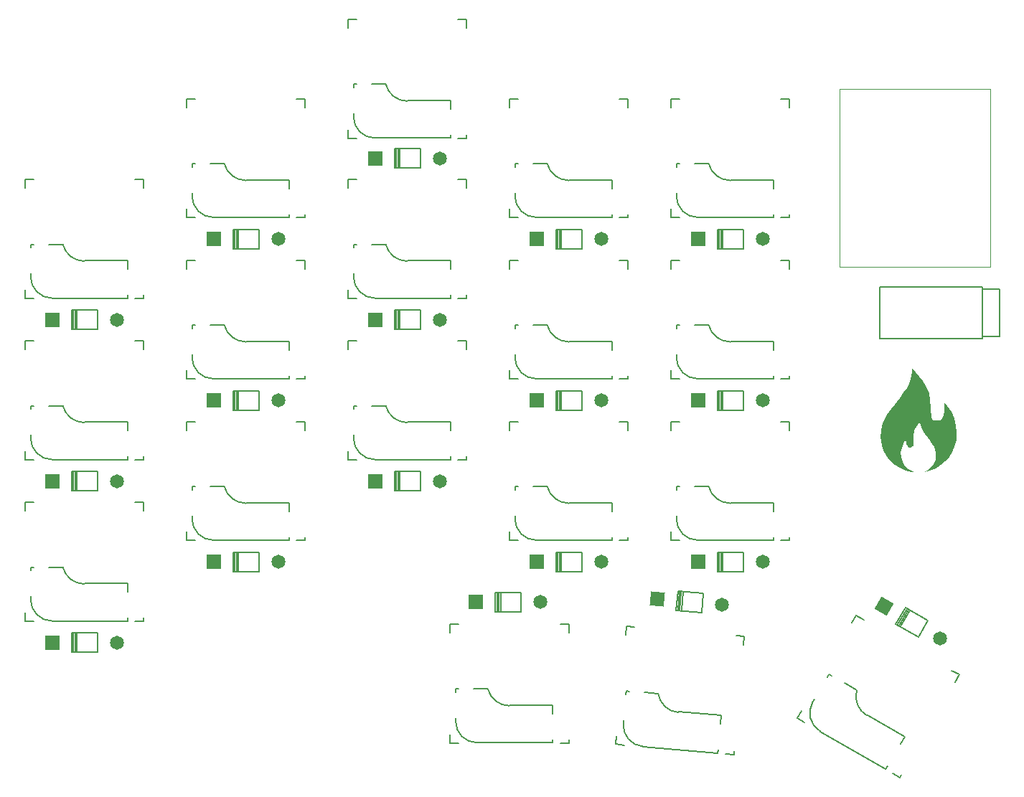
<source format=gbr>
%TF.GenerationSoftware,KiCad,Pcbnew,8.0.6*%
%TF.CreationDate,2024-11-18T16:16:28-05:00*%
%TF.ProjectId,SolarFlarePCB,536f6c61-7246-46c6-9172-655043422e6b,rev?*%
%TF.SameCoordinates,Original*%
%TF.FileFunction,Legend,Top*%
%TF.FilePolarity,Positive*%
%FSLAX46Y46*%
G04 Gerber Fmt 4.6, Leading zero omitted, Abs format (unit mm)*
G04 Created by KiCad (PCBNEW 8.0.6) date 2024-11-18 16:16:28*
%MOMM*%
%LPD*%
G01*
G04 APERTURE LIST*
G04 Aperture macros list*
%AMRotRect*
0 Rectangle, with rotation*
0 The origin of the aperture is its center*
0 $1 length*
0 $2 width*
0 $3 Rotation angle, in degrees counterclockwise*
0 Add horizontal line*
21,1,$1,$2,0,0,$3*%
G04 Aperture macros list end*
%ADD10C,0.203200*%
%ADD11C,0.150000*%
%ADD12C,0.000000*%
%ADD13C,0.120000*%
%ADD14C,1.651000*%
%ADD15R,1.651000X1.651000*%
%ADD16RotRect,1.651000X1.651000X175.000000*%
%ADD17RotRect,1.651000X1.651000X150.000000*%
G04 APERTURE END LIST*
D10*
%TO.C,D3*%
X36576000Y-103632000D02*
X39624000Y-103632000D01*
X36576000Y-105918000D02*
X36576000Y-103632000D01*
D11*
X36800000Y-103675000D02*
X36800000Y-105775000D01*
X36800000Y-105775000D02*
X36800000Y-105875000D01*
X36800000Y-105875000D02*
X36800000Y-105775000D01*
X37000000Y-105875000D02*
X37000000Y-103675000D01*
X37200000Y-103675000D02*
X37200000Y-105875000D01*
D10*
X39624000Y-103632000D02*
X39624000Y-105918000D01*
X39624000Y-105918000D02*
X36576000Y-105918000D01*
D11*
%TO.C,MX3*%
X31100000Y-88250000D02*
X32100000Y-88250000D01*
X31100000Y-89250000D02*
X31100000Y-88250000D01*
X31100000Y-102250000D02*
X31100000Y-101250000D01*
X31750000Y-95885000D02*
X32131000Y-95885000D01*
X31750000Y-96266000D02*
X31750000Y-95885000D01*
X31750000Y-99695000D02*
X31750000Y-99314000D01*
X32100000Y-102250000D02*
X31100000Y-102250000D01*
X33909000Y-95885000D02*
X35560001Y-95884999D01*
X38100000Y-97790000D02*
X43180000Y-97790000D01*
X43180000Y-97790000D02*
X43180000Y-98806000D01*
X43180000Y-101854000D02*
X43180000Y-102235000D01*
X43180000Y-102235000D02*
X34290000Y-102235000D01*
X44100000Y-88250000D02*
X45100000Y-88250000D01*
X45100000Y-88250000D02*
X45100000Y-89250000D01*
X45100000Y-101854000D02*
X45100000Y-102250000D01*
X45100000Y-102250000D02*
X44100000Y-102250000D01*
X34290000Y-102235000D02*
G75*
G02*
X31750000Y-99695000I1J2540001D01*
G01*
X38099999Y-97868171D02*
G75*
G02*
X35560001Y-95884999I1J2618171D01*
G01*
D10*
%TO.C,D4*%
X55626000Y-56007000D02*
X58674000Y-56007000D01*
X55626000Y-58293000D02*
X55626000Y-56007000D01*
D11*
X55850000Y-56050000D02*
X55850000Y-58150000D01*
X55850000Y-58150000D02*
X55850000Y-58250000D01*
X55850000Y-58250000D02*
X55850000Y-58150000D01*
X56050000Y-58250000D02*
X56050000Y-56050000D01*
X56250000Y-56050000D02*
X56250000Y-58250000D01*
D10*
X58674000Y-56007000D02*
X58674000Y-58293000D01*
X58674000Y-58293000D02*
X55626000Y-58293000D01*
D11*
%TO.C,MX7*%
X69200000Y-31258750D02*
X70200000Y-31258750D01*
X69200000Y-32258750D02*
X69200000Y-31258750D01*
X69200000Y-45258750D02*
X69200000Y-44258750D01*
X69850000Y-38893750D02*
X70231000Y-38893750D01*
X69850000Y-39274750D02*
X69850000Y-38893750D01*
X69850000Y-42703750D02*
X69850000Y-42322750D01*
X70200000Y-45258750D02*
X69200000Y-45258750D01*
X72009000Y-38893750D02*
X73660001Y-38893749D01*
X76200000Y-40798750D02*
X81280000Y-40798750D01*
X81280000Y-40798750D02*
X81280000Y-41814750D01*
X81280000Y-44862750D02*
X81280000Y-45243750D01*
X81280000Y-45243750D02*
X72390000Y-45243750D01*
X82200000Y-31258750D02*
X83200000Y-31258750D01*
X83200000Y-31258750D02*
X83200000Y-32258750D01*
X83200000Y-44862750D02*
X83200000Y-45258750D01*
X83200000Y-45258750D02*
X82200000Y-45258750D01*
X72390000Y-45243750D02*
G75*
G02*
X69850000Y-42703750I1J2540001D01*
G01*
X76199999Y-40876921D02*
G75*
G02*
X73660001Y-38893749I1J2618171D01*
G01*
%TO.C,MX18*%
X122187822Y-113697178D02*
X122687822Y-112831152D01*
X123053848Y-114197178D02*
X122187822Y-113697178D01*
X124028239Y-111809483D02*
X124218739Y-111479527D01*
X125742739Y-108839882D02*
X125933239Y-108509926D01*
X125933239Y-108509926D02*
X126263194Y-108700426D01*
X127802988Y-109589426D02*
X129232797Y-110414926D01*
X128687822Y-102438848D02*
X129187822Y-101572822D01*
X129187822Y-101572822D02*
X130053848Y-102072822D01*
X130480000Y-113334705D02*
X134879409Y-115874705D01*
X132656909Y-119724187D02*
X124957943Y-115279187D01*
X132847409Y-119394232D02*
X132656909Y-119724187D01*
X134312178Y-120697178D02*
X133446152Y-120197178D01*
X134510178Y-120354232D02*
X134312178Y-120697178D01*
X134879409Y-115874705D02*
X134371409Y-116754586D01*
X140446152Y-108072822D02*
X141312178Y-108572822D01*
X141312178Y-108572822D02*
X140812178Y-109438848D01*
X124957943Y-115279187D02*
G75*
G02*
X124028239Y-111809483I1270006J2199706D01*
G01*
X130440914Y-113402402D02*
G75*
G02*
X129232797Y-110414926I1309086J2267402D01*
G01*
%TO.C,MX13*%
X88250000Y-78725000D02*
X89250000Y-78725000D01*
X88250000Y-79725000D02*
X88250000Y-78725000D01*
X88250000Y-92725000D02*
X88250000Y-91725000D01*
X88900000Y-86360000D02*
X89281000Y-86360000D01*
X88900000Y-86741000D02*
X88900000Y-86360000D01*
X88900000Y-90170000D02*
X88900000Y-89789000D01*
X89250000Y-92725000D02*
X88250000Y-92725000D01*
X91059000Y-86360000D02*
X92710001Y-86359999D01*
X95250000Y-88265000D02*
X100330000Y-88265000D01*
X100330000Y-88265000D02*
X100330000Y-89281000D01*
X100330000Y-92329000D02*
X100330000Y-92710000D01*
X100330000Y-92710000D02*
X91440000Y-92710000D01*
X101250000Y-78725000D02*
X102250000Y-78725000D01*
X102250000Y-78725000D02*
X102250000Y-79725000D01*
X102250000Y-92329000D02*
X102250000Y-92725000D01*
X102250000Y-92725000D02*
X101250000Y-92725000D01*
X91440000Y-92710000D02*
G75*
G02*
X88900000Y-90170000I1J2540001D01*
G01*
X95249999Y-88343171D02*
G75*
G02*
X92710001Y-86359999I1J2618171D01*
G01*
%TO.C,MX9*%
X69200000Y-69200000D02*
X70200000Y-69200000D01*
X69200000Y-70200000D02*
X69200000Y-69200000D01*
X69200000Y-83200000D02*
X69200000Y-82200000D01*
X69850000Y-76835000D02*
X70231000Y-76835000D01*
X69850000Y-77216000D02*
X69850000Y-76835000D01*
X69850000Y-80645000D02*
X69850000Y-80264000D01*
X70200000Y-83200000D02*
X69200000Y-83200000D01*
X72009000Y-76835000D02*
X73660001Y-76834999D01*
X76200000Y-78740000D02*
X81280000Y-78740000D01*
X81280000Y-78740000D02*
X81280000Y-79756000D01*
X81280000Y-82804000D02*
X81280000Y-83185000D01*
X81280000Y-83185000D02*
X72390000Y-83185000D01*
X82200000Y-69200000D02*
X83200000Y-69200000D01*
X83200000Y-69200000D02*
X83200000Y-70200000D01*
X83200000Y-82804000D02*
X83200000Y-83200000D01*
X83200000Y-83200000D02*
X82200000Y-83200000D01*
X72390000Y-83185000D02*
G75*
G02*
X69850000Y-80645000I1J2540001D01*
G01*
X76199999Y-78818171D02*
G75*
G02*
X73660001Y-76834999I1J2618171D01*
G01*
%TO.C,MX2*%
X31100000Y-69200000D02*
X32100000Y-69200000D01*
X31100000Y-70200000D02*
X31100000Y-69200000D01*
X31100000Y-83200000D02*
X31100000Y-82200000D01*
X31750000Y-76835000D02*
X32131000Y-76835000D01*
X31750000Y-77216000D02*
X31750000Y-76835000D01*
X31750000Y-80645000D02*
X31750000Y-80264000D01*
X32100000Y-83200000D02*
X31100000Y-83200000D01*
X33909000Y-76835000D02*
X35560001Y-76834999D01*
X38100000Y-78740000D02*
X43180000Y-78740000D01*
X43180000Y-78740000D02*
X43180000Y-79756000D01*
X43180000Y-82804000D02*
X43180000Y-83185000D01*
X43180000Y-83185000D02*
X34290000Y-83185000D01*
X44100000Y-69200000D02*
X45100000Y-69200000D01*
X45100000Y-69200000D02*
X45100000Y-70200000D01*
X45100000Y-82804000D02*
X45100000Y-83200000D01*
X45100000Y-83200000D02*
X44100000Y-83200000D01*
X34290000Y-83185000D02*
G75*
G02*
X31750000Y-80645000I1J2540001D01*
G01*
X38099999Y-78818171D02*
G75*
G02*
X35560001Y-76834999I1J2618171D01*
G01*
%TO.C,MX8*%
X69200000Y-50150000D02*
X70200000Y-50150000D01*
X69200000Y-51150000D02*
X69200000Y-50150000D01*
X69200000Y-64150000D02*
X69200000Y-63150000D01*
X69850000Y-57785000D02*
X70231000Y-57785000D01*
X69850000Y-58166000D02*
X69850000Y-57785000D01*
X69850000Y-61595000D02*
X69850000Y-61214000D01*
X70200000Y-64150000D02*
X69200000Y-64150000D01*
X72009000Y-57785000D02*
X73660001Y-57784999D01*
X76200000Y-59690000D02*
X81280000Y-59690000D01*
X81280000Y-59690000D02*
X81280000Y-60706000D01*
X81280000Y-63754000D02*
X81280000Y-64135000D01*
X81280000Y-64135000D02*
X72390000Y-64135000D01*
X82200000Y-50150000D02*
X83200000Y-50150000D01*
X83200000Y-50150000D02*
X83200000Y-51150000D01*
X83200000Y-63754000D02*
X83200000Y-64150000D01*
X83200000Y-64150000D02*
X82200000Y-64150000D01*
X72390000Y-64135000D02*
G75*
G02*
X69850000Y-61595000I1J2540001D01*
G01*
X76199999Y-59768171D02*
G75*
G02*
X73660001Y-57784999I1J2618171D01*
G01*
D10*
%TO.C,D11*%
X93726000Y-56007000D02*
X96774000Y-56007000D01*
X93726000Y-58293000D02*
X93726000Y-56007000D01*
D11*
X93950000Y-56050000D02*
X93950000Y-58150000D01*
X93950000Y-58150000D02*
X93950000Y-58250000D01*
X93950000Y-58250000D02*
X93950000Y-58150000D01*
X94150000Y-58250000D02*
X94150000Y-56050000D01*
X94350000Y-56050000D02*
X94350000Y-58250000D01*
D10*
X96774000Y-56007000D02*
X96774000Y-58293000D01*
X96774000Y-58293000D02*
X93726000Y-58293000D01*
D11*
%TO.C,MX17*%
X107300000Y-78725000D02*
X108300000Y-78725000D01*
X107300000Y-79725000D02*
X107300000Y-78725000D01*
X107300000Y-92725000D02*
X107300000Y-91725000D01*
X107950000Y-86360000D02*
X108331000Y-86360000D01*
X107950000Y-86741000D02*
X107950000Y-86360000D01*
X107950000Y-90170000D02*
X107950000Y-89789000D01*
X108300000Y-92725000D02*
X107300000Y-92725000D01*
X110109000Y-86360000D02*
X111760001Y-86359999D01*
X114300000Y-88265000D02*
X119380000Y-88265000D01*
X119380000Y-88265000D02*
X119380000Y-89281000D01*
X119380000Y-92329000D02*
X119380000Y-92710000D01*
X119380000Y-92710000D02*
X110490000Y-92710000D01*
X120300000Y-78725000D02*
X121300000Y-78725000D01*
X121300000Y-78725000D02*
X121300000Y-79725000D01*
X121300000Y-92329000D02*
X121300000Y-92725000D01*
X121300000Y-92725000D02*
X120300000Y-92725000D01*
X110490000Y-92710000D02*
G75*
G02*
X107950000Y-90170000I1J2540001D01*
G01*
X114299999Y-88343171D02*
G75*
G02*
X111760001Y-86359999I1J2618171D01*
G01*
%TO.C,MX16*%
X107300000Y-59675000D02*
X108300000Y-59675000D01*
X107300000Y-60675000D02*
X107300000Y-59675000D01*
X107300000Y-73675000D02*
X107300000Y-72675000D01*
X107950000Y-67310000D02*
X108331000Y-67310000D01*
X107950000Y-67691000D02*
X107950000Y-67310000D01*
X107950000Y-71120000D02*
X107950000Y-70739000D01*
X108300000Y-73675000D02*
X107300000Y-73675000D01*
X110109000Y-67310000D02*
X111760001Y-67309999D01*
X114300000Y-69215000D02*
X119380000Y-69215000D01*
X119380000Y-69215000D02*
X119380000Y-70231000D01*
X119380000Y-73279000D02*
X119380000Y-73660000D01*
X119380000Y-73660000D02*
X110490000Y-73660000D01*
X120300000Y-59675000D02*
X121300000Y-59675000D01*
X121300000Y-59675000D02*
X121300000Y-60675000D01*
X121300000Y-73279000D02*
X121300000Y-73675000D01*
X121300000Y-73675000D02*
X120300000Y-73675000D01*
X110490000Y-73660000D02*
G75*
G02*
X107950000Y-71120000I1J2540001D01*
G01*
X114299999Y-69293171D02*
G75*
G02*
X111760001Y-67309999I1J2618171D01*
G01*
%TO.C,MX5*%
X50150000Y-59675000D02*
X51150000Y-59675000D01*
X50150000Y-60675000D02*
X50150000Y-59675000D01*
X50150000Y-73675000D02*
X50150000Y-72675000D01*
X50800000Y-67310000D02*
X51181000Y-67310000D01*
X50800000Y-67691000D02*
X50800000Y-67310000D01*
X50800000Y-71120000D02*
X50800000Y-70739000D01*
X51150000Y-73675000D02*
X50150000Y-73675000D01*
X52959000Y-67310000D02*
X54610001Y-67309999D01*
X57150000Y-69215000D02*
X62230000Y-69215000D01*
X62230000Y-69215000D02*
X62230000Y-70231000D01*
X62230000Y-73279000D02*
X62230000Y-73660000D01*
X62230000Y-73660000D02*
X53340000Y-73660000D01*
X63150000Y-59675000D02*
X64150000Y-59675000D01*
X64150000Y-59675000D02*
X64150000Y-60675000D01*
X64150000Y-73279000D02*
X64150000Y-73675000D01*
X64150000Y-73675000D02*
X63150000Y-73675000D01*
X53340000Y-73660000D02*
G75*
G02*
X50800000Y-71120000I1J2540001D01*
G01*
X57149999Y-69293171D02*
G75*
G02*
X54610001Y-67309999I1J2618171D01*
G01*
D10*
%TO.C,D1*%
X36576000Y-65532000D02*
X39624000Y-65532000D01*
X36576000Y-67818000D02*
X36576000Y-65532000D01*
D11*
X36800000Y-65575000D02*
X36800000Y-67675000D01*
X36800000Y-67675000D02*
X36800000Y-67775000D01*
X36800000Y-67775000D02*
X36800000Y-67675000D01*
X37000000Y-67775000D02*
X37000000Y-65575000D01*
X37200000Y-65575000D02*
X37200000Y-67775000D01*
D10*
X39624000Y-65532000D02*
X39624000Y-67818000D01*
X39624000Y-67818000D02*
X36576000Y-67818000D01*
%TO.C,D15*%
X112776000Y-56007000D02*
X115824000Y-56007000D01*
X112776000Y-58293000D02*
X112776000Y-56007000D01*
D11*
X113000000Y-56050000D02*
X113000000Y-58150000D01*
X113000000Y-58150000D02*
X113000000Y-58250000D01*
X113000000Y-58250000D02*
X113000000Y-58150000D01*
X113200000Y-58250000D02*
X113200000Y-56050000D01*
X113400000Y-56050000D02*
X113400000Y-58250000D01*
D10*
X115824000Y-56007000D02*
X115824000Y-58293000D01*
X115824000Y-58293000D02*
X112776000Y-58293000D01*
D11*
%TO.C,MX10*%
X81250000Y-102625000D02*
X82250000Y-102625000D01*
X81250000Y-103625000D02*
X81250000Y-102625000D01*
X81250000Y-116625000D02*
X81250000Y-115625000D01*
X81900000Y-110260000D02*
X82281000Y-110260000D01*
X81900000Y-110641000D02*
X81900000Y-110260000D01*
X81900000Y-114070000D02*
X81900000Y-113689000D01*
X82250000Y-116625000D02*
X81250000Y-116625000D01*
X84059000Y-110260000D02*
X85710001Y-110259999D01*
X88250000Y-112165000D02*
X93330000Y-112165000D01*
X93330000Y-112165000D02*
X93330000Y-113181000D01*
X93330000Y-116229000D02*
X93330000Y-116610000D01*
X93330000Y-116610000D02*
X84440000Y-116610000D01*
X94250000Y-102625000D02*
X95250000Y-102625000D01*
X95250000Y-102625000D02*
X95250000Y-103625000D01*
X95250000Y-116229000D02*
X95250000Y-116625000D01*
X95250000Y-116625000D02*
X94250000Y-116625000D01*
X84440000Y-116610000D02*
G75*
G02*
X81900000Y-114070000I1J2540001D01*
G01*
X88249999Y-112243171D02*
G75*
G02*
X85710001Y-110259999I1J2618171D01*
G01*
%TO.C,MX15*%
X107300000Y-40625000D02*
X108300000Y-40625000D01*
X107300000Y-41625000D02*
X107300000Y-40625000D01*
X107300000Y-54625000D02*
X107300000Y-53625000D01*
X107950000Y-48260000D02*
X108331000Y-48260000D01*
X107950000Y-48641000D02*
X107950000Y-48260000D01*
X107950000Y-52070000D02*
X107950000Y-51689000D01*
X108300000Y-54625000D02*
X107300000Y-54625000D01*
X110109000Y-48260000D02*
X111760001Y-48259999D01*
X114300000Y-50165000D02*
X119380000Y-50165000D01*
X119380000Y-50165000D02*
X119380000Y-51181000D01*
X119380000Y-54229000D02*
X119380000Y-54610000D01*
X119380000Y-54610000D02*
X110490000Y-54610000D01*
X120300000Y-40625000D02*
X121300000Y-40625000D01*
X121300000Y-40625000D02*
X121300000Y-41625000D01*
X121300000Y-54229000D02*
X121300000Y-54625000D01*
X121300000Y-54625000D02*
X120300000Y-54625000D01*
X110490000Y-54610000D02*
G75*
G02*
X107950000Y-52070000I1J2540001D01*
G01*
X114299999Y-50243171D02*
G75*
G02*
X111760001Y-48259999I1J2618171D01*
G01*
D10*
%TO.C,D7*%
X74676000Y-46482000D02*
X77724000Y-46482000D01*
X74676000Y-48768000D02*
X74676000Y-46482000D01*
D11*
X74900000Y-46525000D02*
X74900000Y-48625000D01*
X74900000Y-48625000D02*
X74900000Y-48725000D01*
X74900000Y-48725000D02*
X74900000Y-48625000D01*
X75100000Y-48725000D02*
X75100000Y-46525000D01*
X75300000Y-46525000D02*
X75300000Y-48725000D01*
D10*
X77724000Y-46482000D02*
X77724000Y-48768000D01*
X77724000Y-48768000D02*
X74676000Y-48768000D01*
D12*
%TO.C,G\u002A\u002A\u002A*%
G36*
X136214962Y-72885000D02*
G01*
X136646128Y-73393633D01*
X137050360Y-73948063D01*
X137395741Y-74500348D01*
X137650353Y-75002545D01*
X137691566Y-75102956D01*
X137771902Y-75338131D01*
X137830943Y-75591935D01*
X137873735Y-75901496D01*
X137905327Y-76303943D01*
X137930768Y-76836407D01*
X137932182Y-76872611D01*
X137961461Y-77458599D01*
X138003952Y-77896354D01*
X138069118Y-78206933D01*
X138166420Y-78411393D01*
X138305320Y-78530793D01*
X138495280Y-78586191D01*
X138707742Y-78598704D01*
X139038687Y-78527975D01*
X139286757Y-78311947D01*
X139452501Y-77949648D01*
X139536467Y-77440103D01*
X139548000Y-77107672D01*
X139548000Y-76473035D01*
X139889980Y-76868161D01*
X140379283Y-77559134D01*
X140734906Y-78332061D01*
X140953832Y-79161188D01*
X141033042Y-80020759D01*
X140969518Y-80885019D01*
X140760242Y-81728212D01*
X140525567Y-82291803D01*
X140169554Y-82857820D01*
X139693793Y-83387740D01*
X139134413Y-83853863D01*
X138527539Y-84228493D01*
X137909298Y-84483930D01*
X137558334Y-84566785D01*
X137219667Y-84621974D01*
X137502711Y-84475263D01*
X137985644Y-84146155D01*
X138322228Y-83732940D01*
X138515605Y-83230415D01*
X138569809Y-82706334D01*
X138551430Y-82333711D01*
X138485907Y-82000999D01*
X138357546Y-81673596D01*
X138150652Y-81316898D01*
X137849530Y-80896303D01*
X137609744Y-80589667D01*
X137272369Y-80142966D01*
X137039952Y-79773722D01*
X136891169Y-79446581D01*
X136856525Y-79340951D01*
X136770788Y-79083329D01*
X136694723Y-78906846D01*
X136652234Y-78854118D01*
X136561257Y-78922991D01*
X136424374Y-79100624D01*
X136269098Y-79343187D01*
X136122939Y-79606848D01*
X136013410Y-79847778D01*
X135993663Y-79903320D01*
X135927160Y-80300407D01*
X135941217Y-80840176D01*
X135942327Y-80852583D01*
X135966733Y-81182018D01*
X135961845Y-81390685D01*
X135920743Y-81525664D01*
X135836508Y-81634035D01*
X135825904Y-81644763D01*
X135596540Y-81794441D01*
X135385713Y-81786379D01*
X135212086Y-81632170D01*
X135094319Y-81343407D01*
X135064406Y-81171692D01*
X135015693Y-80759000D01*
X134792585Y-81140000D01*
X134533655Y-81744811D01*
X134434841Y-82388944D01*
X134467857Y-82874789D01*
X134639355Y-83475088D01*
X134939515Y-83966058D01*
X135366206Y-84345081D01*
X135865000Y-84591340D01*
X136003461Y-84652129D01*
X135979971Y-84675447D01*
X135797884Y-84660535D01*
X135653334Y-84639288D01*
X135009841Y-84467575D01*
X134351384Y-84169356D01*
X133726902Y-83774443D01*
X133185334Y-83312647D01*
X132861920Y-82938860D01*
X132455825Y-82290822D01*
X132199013Y-81639483D01*
X132076660Y-80939780D01*
X132061382Y-80505000D01*
X132106129Y-79822509D01*
X132238779Y-79180455D01*
X132471145Y-78551448D01*
X132815035Y-77908094D01*
X133282260Y-77223002D01*
X133712687Y-76675084D01*
X134305843Y-75931986D01*
X134782226Y-75284150D01*
X135151246Y-74713913D01*
X135422311Y-74203615D01*
X135604833Y-73735594D01*
X135708220Y-73292188D01*
X135741817Y-72866504D01*
X135745634Y-72377000D01*
X136214962Y-72885000D01*
G37*
%TO.C,U1*%
D13*
X127215000Y-39411250D02*
X145015000Y-39411250D01*
X145015000Y-60411250D01*
X127215000Y-60411250D01*
X127215000Y-39411250D01*
D10*
%TO.C,D12*%
X93726000Y-75057000D02*
X96774000Y-75057000D01*
X93726000Y-77343000D02*
X93726000Y-75057000D01*
D11*
X93950000Y-75100000D02*
X93950000Y-77200000D01*
X93950000Y-77200000D02*
X93950000Y-77300000D01*
X93950000Y-77300000D02*
X93950000Y-77200000D01*
X94150000Y-77300000D02*
X94150000Y-75100000D01*
X94350000Y-75100000D02*
X94350000Y-77300000D01*
D10*
X96774000Y-75057000D02*
X96774000Y-77343000D01*
X96774000Y-77343000D02*
X93726000Y-77343000D01*
D11*
%TO.C,MX11*%
X88250000Y-40625000D02*
X89250000Y-40625000D01*
X88250000Y-41625000D02*
X88250000Y-40625000D01*
X88250000Y-54625000D02*
X88250000Y-53625000D01*
X88900000Y-48260000D02*
X89281000Y-48260000D01*
X88900000Y-48641000D02*
X88900000Y-48260000D01*
X88900000Y-52070000D02*
X88900000Y-51689000D01*
X89250000Y-54625000D02*
X88250000Y-54625000D01*
X91059000Y-48260000D02*
X92710001Y-48259999D01*
X95250000Y-50165000D02*
X100330000Y-50165000D01*
X100330000Y-50165000D02*
X100330000Y-51181000D01*
X100330000Y-54229000D02*
X100330000Y-54610000D01*
X100330000Y-54610000D02*
X91440000Y-54610000D01*
X101250000Y-40625000D02*
X102250000Y-40625000D01*
X102250000Y-40625000D02*
X102250000Y-41625000D01*
X102250000Y-54229000D02*
X102250000Y-54625000D01*
X102250000Y-54625000D02*
X101250000Y-54625000D01*
X91440000Y-54610000D02*
G75*
G02*
X88900000Y-52070000I1J2540001D01*
G01*
X95249999Y-50243171D02*
G75*
G02*
X92710001Y-48259999I1J2618171D01*
G01*
D10*
%TO.C,D13*%
X93726000Y-94107000D02*
X96774000Y-94107000D01*
X93726000Y-96393000D02*
X93726000Y-94107000D01*
D11*
X93950000Y-94150000D02*
X93950000Y-96250000D01*
X93950000Y-96250000D02*
X93950000Y-96350000D01*
X93950000Y-96350000D02*
X93950000Y-96250000D01*
X94150000Y-96350000D02*
X94150000Y-94150000D01*
X94350000Y-94150000D02*
X94350000Y-96350000D01*
D10*
X96774000Y-94107000D02*
X96774000Y-96393000D01*
X96774000Y-96393000D02*
X93726000Y-96393000D01*
D11*
%TO.C,U3*%
X131950000Y-68900000D02*
X131950000Y-62800000D01*
X144050000Y-62800000D02*
X131950000Y-62800000D01*
X144050000Y-63050000D02*
X146050000Y-63050000D01*
X144050000Y-68650000D02*
X146050000Y-68650000D01*
X144050000Y-68900000D02*
X131950000Y-68900000D01*
X144050000Y-68900000D02*
X144050000Y-62800000D01*
X146050000Y-68650000D02*
X146050000Y-63050000D01*
D10*
%TO.C,D14*%
X107919680Y-101018325D02*
X108118918Y-98741024D01*
X108118918Y-98741024D02*
X111155320Y-99006675D01*
D11*
X108146575Y-100995012D02*
X108155292Y-100895392D01*
X108155292Y-100895392D02*
X108146575Y-100995012D01*
X108338319Y-98803383D02*
X108155292Y-100895392D01*
X108345814Y-101012442D02*
X108537558Y-98820814D01*
X108736796Y-98838246D02*
X108545053Y-101029874D01*
D10*
X110956082Y-101283976D02*
X107919680Y-101018325D01*
X111155320Y-99006675D02*
X110956082Y-101283976D01*
D11*
%TO.C,MX1*%
X31100000Y-50150000D02*
X32100000Y-50150000D01*
X31100000Y-51150000D02*
X31100000Y-50150000D01*
X31100000Y-64150000D02*
X31100000Y-63150000D01*
X31750000Y-57785000D02*
X32131000Y-57785000D01*
X31750000Y-58166000D02*
X31750000Y-57785000D01*
X31750000Y-61595000D02*
X31750000Y-61214000D01*
X32100000Y-64150000D02*
X31100000Y-64150000D01*
X33909000Y-57785000D02*
X35560001Y-57784999D01*
X38100000Y-59690000D02*
X43180000Y-59690000D01*
X43180000Y-59690000D02*
X43180000Y-60706000D01*
X43180000Y-63754000D02*
X43180000Y-64135000D01*
X43180000Y-64135000D02*
X34290000Y-64135000D01*
X44100000Y-50150000D02*
X45100000Y-50150000D01*
X45100000Y-50150000D02*
X45100000Y-51150000D01*
X45100000Y-63754000D02*
X45100000Y-64150000D01*
X45100000Y-64150000D02*
X44100000Y-64150000D01*
X34290000Y-64135000D02*
G75*
G02*
X31750000Y-61595000I1J2540001D01*
G01*
X38099999Y-59768171D02*
G75*
G02*
X35560001Y-57784999I1J2618171D01*
G01*
%TO.C,MX4*%
X50150000Y-40625000D02*
X51150000Y-40625000D01*
X50150000Y-41625000D02*
X50150000Y-40625000D01*
X50150000Y-54625000D02*
X50150000Y-53625000D01*
X50800000Y-48260000D02*
X51181000Y-48260000D01*
X50800000Y-48641000D02*
X50800000Y-48260000D01*
X50800000Y-52070000D02*
X50800000Y-51689000D01*
X51150000Y-54625000D02*
X50150000Y-54625000D01*
X52959000Y-48260000D02*
X54610001Y-48259999D01*
X57150000Y-50165000D02*
X62230000Y-50165000D01*
X62230000Y-50165000D02*
X62230000Y-51181000D01*
X62230000Y-54229000D02*
X62230000Y-54610000D01*
X62230000Y-54610000D02*
X53340000Y-54610000D01*
X63150000Y-40625000D02*
X64150000Y-40625000D01*
X64150000Y-40625000D02*
X64150000Y-41625000D01*
X64150000Y-54229000D02*
X64150000Y-54625000D01*
X64150000Y-54625000D02*
X63150000Y-54625000D01*
X53340000Y-54610000D02*
G75*
G02*
X50800000Y-52070000I1J2540001D01*
G01*
X57149999Y-50243171D02*
G75*
G02*
X54610001Y-48259999I1J2618171D01*
G01*
D10*
%TO.C,D6*%
X55626000Y-94107000D02*
X58674000Y-94107000D01*
X55626000Y-96393000D02*
X55626000Y-94107000D01*
D11*
X55850000Y-94150000D02*
X55850000Y-96250000D01*
X55850000Y-96250000D02*
X55850000Y-96350000D01*
X55850000Y-96350000D02*
X55850000Y-96250000D01*
X56050000Y-96350000D02*
X56050000Y-94150000D01*
X56250000Y-94150000D02*
X56250000Y-96350000D01*
D10*
X58674000Y-94107000D02*
X58674000Y-96393000D01*
X58674000Y-96393000D02*
X55626000Y-96393000D01*
D11*
%TO.C,MX14*%
X100816547Y-116788273D02*
X100903703Y-115792078D01*
X101686756Y-114299646D02*
X101719963Y-113920096D01*
X101812742Y-116875428D02*
X100816547Y-116788273D01*
X101949572Y-103837742D02*
X102036727Y-102841547D01*
X101985613Y-110883695D02*
X102018820Y-110504145D01*
X102018820Y-110504145D02*
X102398370Y-110537351D01*
X102036727Y-102841547D02*
X103032922Y-102928703D01*
X104169604Y-110692314D02*
X105814323Y-110836207D01*
X108178624Y-112955336D02*
X113239293Y-113398086D01*
X112851886Y-117826171D02*
X103995715Y-117051357D01*
X112885093Y-117446621D02*
X112851886Y-117826171D01*
X113239293Y-113398086D02*
X113150743Y-114410220D01*
X114763273Y-118008453D02*
X113767078Y-117921297D01*
X114797786Y-117613960D02*
X114763273Y-118008453D01*
X114987258Y-103974572D02*
X115983453Y-104061727D01*
X115983453Y-104061727D02*
X115896297Y-105057922D01*
X103995715Y-117051357D02*
G75*
G02*
X101686756Y-114299646I221377J2530336D01*
G01*
X108171810Y-113033208D02*
G75*
G02*
X105814322Y-110836207I228190J2608208D01*
G01*
D10*
%TO.C,D2*%
X36576000Y-84582000D02*
X39624000Y-84582000D01*
X36576000Y-86868000D02*
X36576000Y-84582000D01*
D11*
X36800000Y-84625000D02*
X36800000Y-86725000D01*
X36800000Y-86725000D02*
X36800000Y-86825000D01*
X36800000Y-86825000D02*
X36800000Y-86725000D01*
X37000000Y-86825000D02*
X37000000Y-84625000D01*
X37200000Y-84625000D02*
X37200000Y-86825000D01*
D10*
X39624000Y-84582000D02*
X39624000Y-86868000D01*
X39624000Y-86868000D02*
X36576000Y-86868000D01*
D11*
%TO.C,MX6*%
X50150000Y-78725000D02*
X51150000Y-78725000D01*
X50150000Y-79725000D02*
X50150000Y-78725000D01*
X50150000Y-92725000D02*
X50150000Y-91725000D01*
X50800000Y-86360000D02*
X51181000Y-86360000D01*
X50800000Y-86741000D02*
X50800000Y-86360000D01*
X50800000Y-90170000D02*
X50800000Y-89789000D01*
X51150000Y-92725000D02*
X50150000Y-92725000D01*
X52959000Y-86360000D02*
X54610001Y-86359999D01*
X57150000Y-88265000D02*
X62230000Y-88265000D01*
X62230000Y-88265000D02*
X62230000Y-89281000D01*
X62230000Y-92329000D02*
X62230000Y-92710000D01*
X62230000Y-92710000D02*
X53340000Y-92710000D01*
X63150000Y-78725000D02*
X64150000Y-78725000D01*
X64150000Y-78725000D02*
X64150000Y-79725000D01*
X64150000Y-92329000D02*
X64150000Y-92725000D01*
X64150000Y-92725000D02*
X63150000Y-92725000D01*
X53340000Y-92710000D02*
G75*
G02*
X50800000Y-90170000I1J2540001D01*
G01*
X57149999Y-88343171D02*
G75*
G02*
X54610001Y-86359999I1J2618171D01*
G01*
D10*
%TO.C,D18*%
X133839927Y-102621617D02*
X134982927Y-100641883D01*
D11*
X134055417Y-102696378D02*
X134105417Y-102609775D01*
X134105417Y-102609775D02*
X134055417Y-102696378D01*
X134228622Y-102796378D02*
X135328622Y-100891122D01*
D10*
X134982927Y-100641883D02*
X137622573Y-102165883D01*
D11*
X135155417Y-100791122D02*
X134105417Y-102609775D01*
X135501827Y-100991122D02*
X134401827Y-102896378D01*
D10*
X136479573Y-104145617D02*
X133839927Y-102621617D01*
X137622573Y-102165883D02*
X136479573Y-104145617D01*
%TO.C,D10*%
X86582250Y-98869500D02*
X89630250Y-98869500D01*
X86582250Y-101155500D02*
X86582250Y-98869500D01*
D11*
X86806250Y-98912500D02*
X86806250Y-101012500D01*
X86806250Y-101012500D02*
X86806250Y-101112500D01*
X86806250Y-101112500D02*
X86806250Y-101012500D01*
X87006250Y-101112500D02*
X87006250Y-98912500D01*
X87206250Y-98912500D02*
X87206250Y-101112500D01*
D10*
X89630250Y-98869500D02*
X89630250Y-101155500D01*
X89630250Y-101155500D02*
X86582250Y-101155500D01*
D11*
%TO.C,MX12*%
X88250000Y-59675000D02*
X89250000Y-59675000D01*
X88250000Y-60675000D02*
X88250000Y-59675000D01*
X88250000Y-73675000D02*
X88250000Y-72675000D01*
X88900000Y-67310000D02*
X89281000Y-67310000D01*
X88900000Y-67691000D02*
X88900000Y-67310000D01*
X88900000Y-71120000D02*
X88900000Y-70739000D01*
X89250000Y-73675000D02*
X88250000Y-73675000D01*
X91059000Y-67310000D02*
X92710001Y-67309999D01*
X95250000Y-69215000D02*
X100330000Y-69215000D01*
X100330000Y-69215000D02*
X100330000Y-70231000D01*
X100330000Y-73279000D02*
X100330000Y-73660000D01*
X100330000Y-73660000D02*
X91440000Y-73660000D01*
X101250000Y-59675000D02*
X102250000Y-59675000D01*
X102250000Y-59675000D02*
X102250000Y-60675000D01*
X102250000Y-73279000D02*
X102250000Y-73675000D01*
X102250000Y-73675000D02*
X101250000Y-73675000D01*
X91440000Y-73660000D02*
G75*
G02*
X88900000Y-71120000I1J2540001D01*
G01*
X95249999Y-69293171D02*
G75*
G02*
X92710001Y-67309999I1J2618171D01*
G01*
D10*
%TO.C,D9*%
X74676000Y-84582000D02*
X77724000Y-84582000D01*
X74676000Y-86868000D02*
X74676000Y-84582000D01*
D11*
X74900000Y-84625000D02*
X74900000Y-86725000D01*
X74900000Y-86725000D02*
X74900000Y-86825000D01*
X74900000Y-86825000D02*
X74900000Y-86725000D01*
X75100000Y-86825000D02*
X75100000Y-84625000D01*
X75300000Y-84625000D02*
X75300000Y-86825000D01*
D10*
X77724000Y-84582000D02*
X77724000Y-86868000D01*
X77724000Y-86868000D02*
X74676000Y-86868000D01*
%TO.C,D16*%
X112776000Y-75057000D02*
X115824000Y-75057000D01*
X112776000Y-77343000D02*
X112776000Y-75057000D01*
D11*
X113000000Y-75100000D02*
X113000000Y-77200000D01*
X113000000Y-77200000D02*
X113000000Y-77300000D01*
X113000000Y-77300000D02*
X113000000Y-77200000D01*
X113200000Y-77300000D02*
X113200000Y-75100000D01*
X113400000Y-75100000D02*
X113400000Y-77300000D01*
D10*
X115824000Y-75057000D02*
X115824000Y-77343000D01*
X115824000Y-77343000D02*
X112776000Y-77343000D01*
%TO.C,D8*%
X74676000Y-65532000D02*
X77724000Y-65532000D01*
X74676000Y-67818000D02*
X74676000Y-65532000D01*
D11*
X74900000Y-65575000D02*
X74900000Y-67675000D01*
X74900000Y-67675000D02*
X74900000Y-67775000D01*
X74900000Y-67775000D02*
X74900000Y-67675000D01*
X75100000Y-67775000D02*
X75100000Y-65575000D01*
X75300000Y-65575000D02*
X75300000Y-67775000D01*
D10*
X77724000Y-65532000D02*
X77724000Y-67818000D01*
X77724000Y-67818000D02*
X74676000Y-67818000D01*
%TO.C,D5*%
X55626000Y-75057000D02*
X58674000Y-75057000D01*
X55626000Y-77343000D02*
X55626000Y-75057000D01*
D11*
X55850000Y-75100000D02*
X55850000Y-77200000D01*
X55850000Y-77200000D02*
X55850000Y-77300000D01*
X55850000Y-77300000D02*
X55850000Y-77200000D01*
X56050000Y-77300000D02*
X56050000Y-75100000D01*
X56250000Y-75100000D02*
X56250000Y-77300000D01*
D10*
X58674000Y-75057000D02*
X58674000Y-77343000D01*
X58674000Y-77343000D02*
X55626000Y-77343000D01*
%TO.C,D17*%
X112776000Y-94107000D02*
X115824000Y-94107000D01*
X112776000Y-96393000D02*
X112776000Y-94107000D01*
D11*
X113000000Y-94150000D02*
X113000000Y-96250000D01*
X113000000Y-96250000D02*
X113000000Y-96350000D01*
X113000000Y-96350000D02*
X113000000Y-96250000D01*
X113200000Y-96350000D02*
X113200000Y-94150000D01*
X113400000Y-94150000D02*
X113400000Y-96350000D01*
D10*
X115824000Y-94107000D02*
X115824000Y-96393000D01*
X115824000Y-96393000D02*
X112776000Y-96393000D01*
%TD*%
D14*
%TO.C,D3*%
X41910000Y-104775000D03*
D15*
X34290000Y-104775000D03*
%TD*%
D14*
%TO.C,D4*%
X60960000Y-57150000D03*
D15*
X53340000Y-57150000D03*
%TD*%
D14*
%TO.C,D11*%
X99060000Y-57150000D03*
D15*
X91440000Y-57150000D03*
%TD*%
D14*
%TO.C,D1*%
X41910000Y-66675000D03*
D15*
X34290000Y-66675000D03*
%TD*%
D14*
%TO.C,D15*%
X118110000Y-57150000D03*
D15*
X110490000Y-57150000D03*
%TD*%
D14*
%TO.C,D7*%
X80010000Y-47625000D03*
D15*
X72390000Y-47625000D03*
%TD*%
D14*
%TO.C,D12*%
X99060000Y-76200000D03*
D15*
X91440000Y-76200000D03*
%TD*%
D14*
%TO.C,D13*%
X99060000Y-95250000D03*
D15*
X91440000Y-95250000D03*
%TD*%
D14*
%TO.C,D14*%
X113333002Y-100344564D03*
D16*
X105741998Y-99680436D03*
%TD*%
D14*
%TO.C,D6*%
X60960000Y-95250000D03*
D15*
X53340000Y-95250000D03*
%TD*%
D14*
%TO.C,D2*%
X41910000Y-85725000D03*
D15*
X34290000Y-85725000D03*
%TD*%
D14*
%TO.C,D18*%
X139030807Y-104298750D03*
D17*
X132431693Y-100488750D03*
%TD*%
D14*
%TO.C,D10*%
X91916250Y-100012500D03*
D15*
X84296250Y-100012500D03*
%TD*%
D14*
%TO.C,D9*%
X80010000Y-85725000D03*
D15*
X72390000Y-85725000D03*
%TD*%
D14*
%TO.C,D16*%
X118110000Y-76200000D03*
D15*
X110490000Y-76200000D03*
%TD*%
D14*
%TO.C,D8*%
X80010000Y-66675000D03*
D15*
X72390000Y-66675000D03*
%TD*%
D14*
%TO.C,D5*%
X60960000Y-76200000D03*
D15*
X53340000Y-76200000D03*
%TD*%
D14*
%TO.C,D17*%
X118110000Y-95250000D03*
D15*
X110490000Y-95250000D03*
%TD*%
M02*

</source>
